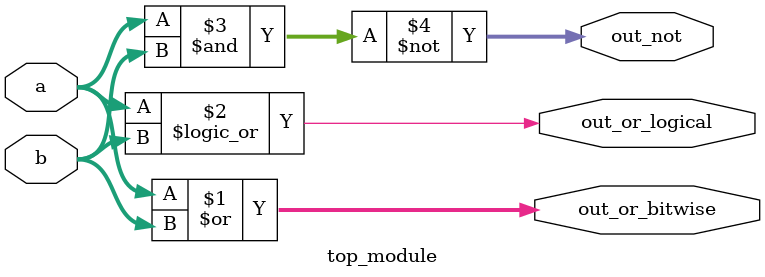
<source format=sv>
module top_module(
  input [2:0] a,
  input [2:0] b,
  output [2:0] out_or_bitwise,
  output out_or_logical,
  output [5:0] out_not
);

  assign out_or_bitwise = a | b;
  assign out_or_logical = (a || b);
  assign out_not = ~(a & b);

endmodule

</source>
